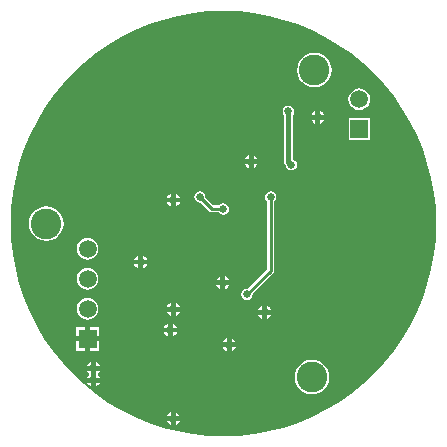
<source format=gbl>
%FSLAX25Y25*%
%MOIN*%
G70*
G01*
G75*
G04 Layer_Physical_Order=2*
G04 Layer_Color=16711680*
%ADD10R,0.02756X0.03543*%
%ADD11R,0.10630X0.12992*%
%ADD12R,0.10630X0.03937*%
%ADD13R,0.03543X0.03150*%
%ADD14R,0.03150X0.03543*%
%ADD15R,0.04331X0.10236*%
%ADD16R,0.03543X0.02756*%
%ADD17R,0.02756X0.05118*%
%ADD18R,0.03347X0.02756*%
%ADD19R,0.08071X0.05709*%
%ADD20R,0.05709X0.08071*%
%ADD21O,0.01772X0.05118*%
%ADD22O,0.05118X0.01772*%
%ADD23R,0.03583X0.04803*%
%ADD24R,0.07874X0.05118*%
%ADD25R,0.07874X0.07874*%
%ADD26R,0.05118X0.07874*%
%ADD27R,0.07874X0.07874*%
%ADD28C,0.01000*%
%ADD29C,0.01600*%
%ADD30C,0.05906*%
%ADD31R,0.05906X0.05906*%
%ADD32C,0.02500*%
%ADD33C,0.10236*%
G36*
X5059Y70731D02*
X10092Y70189D01*
X15073Y69291D01*
X19978Y68039D01*
X24781Y66440D01*
X29458Y64503D01*
X33984Y62237D01*
X38337Y59654D01*
X42496Y56767D01*
X46437Y53591D01*
X50142Y50142D01*
X53591Y46437D01*
X56767Y42496D01*
X59654Y38337D01*
X62237Y33984D01*
X64503Y29458D01*
X66440Y24781D01*
X68039Y19978D01*
X69291Y15073D01*
X70189Y10092D01*
X70731Y5059D01*
X70911Y0D01*
X70731Y-5059D01*
X70189Y-10092D01*
X69291Y-15073D01*
X68039Y-19978D01*
X66440Y-24781D01*
X64503Y-29458D01*
X62237Y-33984D01*
X59654Y-38337D01*
X56767Y-42496D01*
X53591Y-46437D01*
X50142Y-50142D01*
X46437Y-53591D01*
X42496Y-56767D01*
X38337Y-59654D01*
X33984Y-62237D01*
X29458Y-64503D01*
X24781Y-66440D01*
X19978Y-68039D01*
X15073Y-69291D01*
X10092Y-70189D01*
X5059Y-70731D01*
X0Y-70911D01*
X-5059Y-70731D01*
X-10092Y-70189D01*
X-15073Y-69291D01*
X-19978Y-68039D01*
X-24781Y-66440D01*
X-29458Y-64503D01*
X-33984Y-62237D01*
X-38337Y-59654D01*
X-42496Y-56767D01*
X-46437Y-53591D01*
X-50142Y-50142D01*
X-53591Y-46437D01*
X-56767Y-42496D01*
X-59654Y-38337D01*
X-62237Y-33984D01*
X-64503Y-29458D01*
X-66440Y-24781D01*
X-68039Y-19978D01*
X-69291Y-15073D01*
X-70189Y-10092D01*
X-70731Y-5059D01*
X-70911Y0D01*
X-70731Y5059D01*
X-70189Y10092D01*
X-69291Y15073D01*
X-68039Y19978D01*
X-66440Y24781D01*
X-64503Y29458D01*
X-62237Y33984D01*
X-59654Y38337D01*
X-56767Y42496D01*
X-53591Y46437D01*
X-50142Y50142D01*
X-46437Y53591D01*
X-42496Y56767D01*
X-38337Y59654D01*
X-33984Y62237D01*
X-29458Y64503D01*
X-24781Y66440D01*
X-19978Y68039D01*
X-15073Y69291D01*
X-10092Y70189D01*
X-5059Y70731D01*
X0Y70911D01*
X5059Y70731D01*
D02*
G37*
%LPC*%
G36*
X-15582Y-36233D02*
X-16917D01*
Y-37568D01*
X-16839Y-37552D01*
X-16094Y-37055D01*
X-15597Y-36311D01*
X-15582Y-36233D01*
D02*
G37*
G36*
X-18517Y-33298D02*
X-18595Y-33314D01*
X-19339Y-33811D01*
X-19836Y-34555D01*
X-19851Y-34633D01*
X-18517D01*
Y-33298D01*
D02*
G37*
G36*
X-16917D02*
Y-34633D01*
X-15582D01*
X-15597Y-34555D01*
X-16094Y-33811D01*
X-16839Y-33314D01*
X-16917Y-33298D01*
D02*
G37*
G36*
X-18517Y-36233D02*
X-19851D01*
X-19836Y-36311D01*
X-19339Y-37055D01*
X-18595Y-37552D01*
X-18517Y-37568D01*
Y-36233D01*
D02*
G37*
G36*
X2768Y-38219D02*
Y-39554D01*
X4104D01*
X4088Y-39476D01*
X3591Y-38732D01*
X2846Y-38235D01*
X2768Y-38219D01*
D02*
G37*
G36*
X-46076Y-34433D02*
X-49228D01*
Y-37586D01*
X-46076D01*
Y-34433D01*
D02*
G37*
G36*
X-41323D02*
X-44476D01*
Y-37586D01*
X-41323D01*
Y-34433D01*
D02*
G37*
G36*
X-14597Y-29343D02*
X-15932D01*
Y-30678D01*
X-15854Y-30663D01*
X-15110Y-30165D01*
X-14613Y-29421D01*
X-14597Y-29343D01*
D02*
G37*
G36*
X12979Y-27393D02*
X12902Y-27408D01*
X12157Y-27905D01*
X11660Y-28650D01*
X11645Y-28728D01*
X12979D01*
Y-27393D01*
D02*
G37*
G36*
X14580D02*
Y-28728D01*
X15914D01*
X15899Y-28650D01*
X15402Y-27905D01*
X14657Y-27408D01*
X14580Y-27393D01*
D02*
G37*
G36*
X-17532Y-29343D02*
X-18867D01*
X-18852Y-29421D01*
X-18354Y-30165D01*
X-17610Y-30663D01*
X-17532Y-30678D01*
Y-29343D01*
D02*
G37*
G36*
X-45276Y-24802D02*
X-46203Y-24925D01*
X-47067Y-25282D01*
X-47809Y-25852D01*
X-48379Y-26594D01*
X-48737Y-27458D01*
X-48859Y-28386D01*
X-48737Y-29313D01*
X-48379Y-30178D01*
X-47809Y-30920D01*
X-47067Y-31489D01*
X-46203Y-31847D01*
X-45276Y-31969D01*
X-44348Y-31847D01*
X-43484Y-31489D01*
X-42742Y-30920D01*
X-42172Y-30178D01*
X-41814Y-29313D01*
X-41692Y-28386D01*
X-41814Y-27458D01*
X-42172Y-26594D01*
X-42742Y-25852D01*
X-43484Y-25282D01*
X-44348Y-24925D01*
X-45276Y-24802D01*
D02*
G37*
G36*
X12979Y-30328D02*
X11645D01*
X11660Y-30406D01*
X12157Y-31150D01*
X12902Y-31647D01*
X12979Y-31662D01*
Y-30328D01*
D02*
G37*
G36*
X15914D02*
X14580D01*
Y-31662D01*
X14657Y-31647D01*
X15402Y-31150D01*
X15899Y-30406D01*
X15914Y-30328D01*
D02*
G37*
G36*
X1168Y-38219D02*
X1091Y-38235D01*
X346Y-38732D01*
X-151Y-39476D01*
X-166Y-39554D01*
X1168D01*
Y-38219D01*
D02*
G37*
G36*
X29528Y-45376D02*
X28035Y-45572D01*
X26644Y-46148D01*
X25449Y-47065D01*
X24533Y-48259D01*
X23957Y-49650D01*
X23760Y-51143D01*
X23957Y-52636D01*
X24533Y-54027D01*
X25449Y-55221D01*
X26644Y-56138D01*
X28035Y-56714D01*
X29528Y-56911D01*
X31020Y-56714D01*
X32411Y-56138D01*
X33606Y-55221D01*
X34522Y-54027D01*
X35098Y-52636D01*
X35295Y-51143D01*
X35098Y-49650D01*
X34522Y-48259D01*
X33606Y-47065D01*
X32411Y-46148D01*
X31020Y-45572D01*
X29528Y-45376D01*
D02*
G37*
G36*
X-44107Y-52965D02*
X-45442D01*
X-45426Y-53043D01*
X-44929Y-53787D01*
X-44185Y-54285D01*
X-44107Y-54300D01*
Y-52965D01*
D02*
G37*
G36*
X-41172D02*
X-42507D01*
Y-54300D01*
X-42429Y-54285D01*
X-41685Y-53787D01*
X-41188Y-53043D01*
X-41172Y-52965D01*
D02*
G37*
G36*
X-15932Y-62826D02*
Y-64161D01*
X-14597D01*
X-14613Y-64083D01*
X-15110Y-63339D01*
X-15854Y-62841D01*
X-15932Y-62826D01*
D02*
G37*
G36*
X-17532Y-65761D02*
X-18867D01*
X-18852Y-65838D01*
X-18354Y-66583D01*
X-17610Y-67080D01*
X-17532Y-67096D01*
Y-65761D01*
D02*
G37*
G36*
X-14597D02*
X-15932D01*
Y-67096D01*
X-15854Y-67080D01*
X-15110Y-66583D01*
X-14613Y-65838D01*
X-14597Y-65761D01*
D02*
G37*
G36*
X-17532Y-62826D02*
X-17610Y-62841D01*
X-18354Y-63339D01*
X-18852Y-64083D01*
X-18867Y-64161D01*
X-17532D01*
Y-62826D01*
D02*
G37*
G36*
X4104Y-41154D02*
X2768D01*
Y-42489D01*
X2846Y-42474D01*
X3591Y-41976D01*
X4088Y-41232D01*
X4104Y-41154D01*
D02*
G37*
G36*
X-46076Y-39186D02*
X-49228D01*
Y-42339D01*
X-46076D01*
Y-39186D01*
D02*
G37*
G36*
X-41323D02*
X-44476D01*
Y-42339D01*
X-41323D01*
Y-39186D01*
D02*
G37*
G36*
X1168Y-41154D02*
X-166D01*
X-151Y-41232D01*
X346Y-41976D01*
X1091Y-42474D01*
X1168Y-42489D01*
Y-41154D01*
D02*
G37*
G36*
X-41172Y-49028D02*
X-45442D01*
X-45426Y-49106D01*
X-44929Y-49850D01*
X-44785Y-49947D01*
Y-50447D01*
X-44929Y-50543D01*
X-45426Y-51287D01*
X-45442Y-51365D01*
X-41172D01*
X-41188Y-51287D01*
X-41685Y-50543D01*
X-41829Y-50447D01*
Y-49947D01*
X-41685Y-49850D01*
X-41188Y-49106D01*
X-41172Y-49028D01*
D02*
G37*
G36*
X-44107Y-46093D02*
X-44185Y-46109D01*
X-44929Y-46606D01*
X-45426Y-47350D01*
X-45442Y-47428D01*
X-44107D01*
Y-46093D01*
D02*
G37*
G36*
X-42507D02*
Y-47428D01*
X-41172D01*
X-41188Y-47350D01*
X-41685Y-46606D01*
X-42429Y-46109D01*
X-42507Y-46093D01*
D02*
G37*
G36*
X-17532Y-26408D02*
X-17610Y-26424D01*
X-18354Y-26921D01*
X-18852Y-27665D01*
X-18867Y-27743D01*
X-17532D01*
Y-26408D01*
D02*
G37*
G36*
X8452Y19869D02*
X7117D01*
X7132Y19791D01*
X7630Y19047D01*
X8374Y18550D01*
X8452Y18534D01*
Y19869D01*
D02*
G37*
G36*
X11387D02*
X10052D01*
Y18534D01*
X10130Y18550D01*
X10874Y19047D01*
X11371Y19791D01*
X11387Y19869D01*
D02*
G37*
G36*
X8452Y22804D02*
X8374Y22789D01*
X7630Y22291D01*
X7132Y21547D01*
X7117Y21469D01*
X8452D01*
Y22804D01*
D02*
G37*
G36*
X21654Y39288D02*
X20932Y39144D01*
X20320Y38735D01*
X19911Y38123D01*
X19767Y37402D01*
X19911Y36680D01*
X20226Y36208D01*
Y20669D01*
X20226Y20669D01*
X20335Y20123D01*
X20644Y19660D01*
X20785Y19520D01*
X20895Y18963D01*
X21304Y18351D01*
X21916Y17942D01*
X22638Y17799D01*
X23360Y17942D01*
X23972Y18351D01*
X24381Y18963D01*
X24524Y19685D01*
X24381Y20407D01*
X23972Y21019D01*
X23360Y21428D01*
X23081Y21483D01*
Y36208D01*
X23396Y36680D01*
X23540Y37402D01*
X23396Y38123D01*
X22987Y38735D01*
X22375Y39144D01*
X21654Y39288D01*
D02*
G37*
G36*
X-14597Y7074D02*
X-15932D01*
Y5739D01*
X-15854Y5755D01*
X-15110Y6252D01*
X-14613Y6996D01*
X-14597Y7074D01*
D02*
G37*
G36*
X-17532Y10009D02*
X-17610Y9994D01*
X-18354Y9496D01*
X-18852Y8752D01*
X-18867Y8674D01*
X-17532D01*
Y10009D01*
D02*
G37*
G36*
X-15932D02*
Y8674D01*
X-14597D01*
X-14613Y8752D01*
X-15110Y9496D01*
X-15854Y9994D01*
X-15932Y10009D01*
D02*
G37*
G36*
X10052Y22804D02*
Y21469D01*
X11387D01*
X11371Y21547D01*
X10874Y22291D01*
X10130Y22789D01*
X10052Y22804D01*
D02*
G37*
G36*
X32296Y37568D02*
Y36233D01*
X33631D01*
X33615Y36311D01*
X33118Y37055D01*
X32374Y37552D01*
X32296Y37568D01*
D02*
G37*
G36*
X45276Y45079D02*
X44348Y44957D01*
X43484Y44599D01*
X42742Y44030D01*
X42172Y43288D01*
X41814Y42423D01*
X41692Y41496D01*
X41814Y40569D01*
X42172Y39704D01*
X42742Y38962D01*
X43484Y38393D01*
X44348Y38035D01*
X45276Y37913D01*
X46203Y38035D01*
X47067Y38393D01*
X47809Y38962D01*
X48379Y39704D01*
X48737Y40569D01*
X48859Y41496D01*
X48737Y42423D01*
X48379Y43288D01*
X47809Y44030D01*
X47067Y44599D01*
X46203Y44957D01*
X45276Y45079D01*
D02*
G37*
G36*
X30315Y56949D02*
X28822Y56752D01*
X27431Y56176D01*
X26237Y55259D01*
X25320Y54065D01*
X24744Y52674D01*
X24547Y51181D01*
X24744Y49688D01*
X25320Y48297D01*
X26237Y47103D01*
X27431Y46186D01*
X28822Y45610D01*
X30315Y45414D01*
X31808Y45610D01*
X33199Y46186D01*
X34393Y47103D01*
X35310Y48297D01*
X35886Y49688D01*
X36082Y51181D01*
X35886Y52674D01*
X35310Y54065D01*
X34393Y55259D01*
X33199Y56176D01*
X31808Y56752D01*
X30315Y56949D01*
D02*
G37*
G36*
X30696Y37568D02*
X30618Y37552D01*
X29874Y37055D01*
X29377Y36311D01*
X29361Y36233D01*
X30696D01*
Y37568D01*
D02*
G37*
G36*
X48828Y35049D02*
X41723D01*
Y27943D01*
X48828D01*
Y35049D01*
D02*
G37*
G36*
X30696Y34633D02*
X29361D01*
X29377Y34555D01*
X29874Y33811D01*
X30618Y33314D01*
X30696Y33298D01*
Y34633D01*
D02*
G37*
G36*
X33631D02*
X32296D01*
Y33298D01*
X32374Y33314D01*
X33118Y33811D01*
X33615Y34555D01*
X33631Y34633D01*
D02*
G37*
G36*
X15748Y10745D02*
X15026Y10601D01*
X14414Y10192D01*
X14005Y9580D01*
X13862Y8858D01*
X14005Y8136D01*
X14414Y7525D01*
X14627Y7383D01*
Y-15283D01*
X8124Y-21786D01*
X7874Y-21736D01*
X7152Y-21879D01*
X6540Y-22288D01*
X6131Y-22900D01*
X5988Y-23622D01*
X6131Y-24344D01*
X6540Y-24956D01*
X7152Y-25365D01*
X7874Y-25508D01*
X8596Y-25365D01*
X9208Y-24956D01*
X9617Y-24344D01*
X9760Y-23622D01*
X9710Y-23372D01*
X16541Y-16541D01*
X16541Y-16541D01*
X16784Y-16177D01*
X16870Y-15748D01*
Y7383D01*
X17082Y7525D01*
X17491Y8136D01*
X17634Y8858D01*
X17491Y9580D01*
X17082Y10192D01*
X16470Y10601D01*
X15748Y10745D01*
D02*
G37*
G36*
X-997Y-17550D02*
X-1075Y-17566D01*
X-1819Y-18063D01*
X-2316Y-18807D01*
X-2332Y-18885D01*
X-997D01*
Y-17550D01*
D02*
G37*
G36*
X603D02*
Y-18885D01*
X1938D01*
X1923Y-18807D01*
X1425Y-18063D01*
X681Y-17566D01*
X603Y-17550D01*
D02*
G37*
G36*
X1938Y-20485D02*
X603D01*
Y-21820D01*
X681Y-21804D01*
X1425Y-21307D01*
X1923Y-20563D01*
X1938Y-20485D01*
D02*
G37*
G36*
X-15932Y-26408D02*
Y-27743D01*
X-14597D01*
X-14613Y-27665D01*
X-15110Y-26921D01*
X-15854Y-26424D01*
X-15932Y-26408D01*
D02*
G37*
G36*
X-45276Y-14802D02*
X-46203Y-14924D01*
X-47067Y-15282D01*
X-47809Y-15852D01*
X-48379Y-16594D01*
X-48737Y-17458D01*
X-48859Y-18386D01*
X-48737Y-19313D01*
X-48379Y-20177D01*
X-47809Y-20920D01*
X-47067Y-21489D01*
X-46203Y-21847D01*
X-45276Y-21969D01*
X-44348Y-21847D01*
X-43484Y-21489D01*
X-42742Y-20920D01*
X-42172Y-20177D01*
X-41814Y-19313D01*
X-41692Y-18386D01*
X-41814Y-17458D01*
X-42172Y-16594D01*
X-42742Y-15852D01*
X-43484Y-15282D01*
X-44348Y-14924D01*
X-45276Y-14802D01*
D02*
G37*
G36*
X-997Y-20485D02*
X-2332D01*
X-2316Y-20563D01*
X-1819Y-21307D01*
X-1075Y-21804D01*
X-997Y-21820D01*
Y-20485D01*
D02*
G37*
G36*
X-28359Y-13595D02*
X-29694D01*
X-29678Y-13673D01*
X-29181Y-14417D01*
X-28437Y-14915D01*
X-28359Y-14930D01*
Y-13595D01*
D02*
G37*
G36*
X-59055Y5768D02*
X-60548Y5571D01*
X-61939Y4995D01*
X-63133Y4078D01*
X-64050Y2884D01*
X-64626Y1493D01*
X-64823Y0D01*
X-64626Y-1493D01*
X-64050Y-2884D01*
X-63133Y-4078D01*
X-61939Y-4995D01*
X-60548Y-5571D01*
X-59055Y-5768D01*
X-57562Y-5571D01*
X-56171Y-4995D01*
X-54977Y-4078D01*
X-54060Y-2884D01*
X-53484Y-1493D01*
X-53288Y0D01*
X-53484Y1493D01*
X-54060Y2884D01*
X-54977Y4078D01*
X-56171Y4995D01*
X-57562Y5571D01*
X-59055Y5768D01*
D02*
G37*
G36*
X-7874Y10745D02*
X-8596Y10601D01*
X-9208Y10192D01*
X-9617Y9580D01*
X-9760Y8858D01*
X-9617Y8136D01*
X-9208Y7525D01*
X-8596Y7116D01*
X-7874Y6972D01*
X-7624Y7022D01*
X-4730Y4128D01*
X-4730Y4128D01*
X-4366Y3885D01*
X-3937Y3800D01*
X-1476D01*
X-1334Y3588D01*
X-722Y3179D01*
X0Y3035D01*
X722Y3179D01*
X1334Y3588D01*
X1743Y4199D01*
X1886Y4921D01*
X1743Y5643D01*
X1334Y6255D01*
X722Y6664D01*
X0Y6808D01*
X-722Y6664D01*
X-1334Y6255D01*
X-1476Y6043D01*
X-3472D01*
X-6038Y8608D01*
X-5988Y8858D01*
X-6131Y9580D01*
X-6540Y10192D01*
X-7152Y10601D01*
X-7874Y10745D01*
D02*
G37*
G36*
X-17532Y7074D02*
X-18867D01*
X-18852Y6996D01*
X-18354Y6252D01*
X-17610Y5755D01*
X-17532Y5739D01*
Y7074D01*
D02*
G37*
G36*
X-45276Y-4802D02*
X-46203Y-4924D01*
X-47067Y-5283D01*
X-47809Y-5852D01*
X-48379Y-6594D01*
X-48737Y-7458D01*
X-48859Y-8386D01*
X-48737Y-9313D01*
X-48379Y-10177D01*
X-47809Y-10920D01*
X-47067Y-11489D01*
X-46203Y-11847D01*
X-45276Y-11969D01*
X-44348Y-11847D01*
X-43484Y-11489D01*
X-42742Y-10920D01*
X-42172Y-10177D01*
X-41814Y-9313D01*
X-41692Y-8386D01*
X-41814Y-7458D01*
X-42172Y-6594D01*
X-42742Y-5852D01*
X-43484Y-5283D01*
X-44348Y-4924D01*
X-45276Y-4802D01*
D02*
G37*
G36*
X-25424Y-13595D02*
X-26759D01*
Y-14930D01*
X-26681Y-14915D01*
X-25937Y-14417D01*
X-25440Y-13673D01*
X-25424Y-13595D01*
D02*
G37*
G36*
X-28359Y-10660D02*
X-28437Y-10676D01*
X-29181Y-11173D01*
X-29678Y-11917D01*
X-29694Y-11995D01*
X-28359D01*
Y-10660D01*
D02*
G37*
G36*
X-26759D02*
Y-11995D01*
X-25424D01*
X-25440Y-11917D01*
X-25937Y-11173D01*
X-26681Y-10676D01*
X-26759Y-10660D01*
D02*
G37*
%LPD*%
D28*
X15748Y-15748D02*
Y8858D01*
X7874Y-23622D02*
X15748Y-15748D01*
X-3937Y4921D02*
X0D01*
X-7874Y8858D02*
X-3937Y4921D01*
D29*
X21654Y20669D02*
Y37402D01*
Y20669D02*
X22638Y19685D01*
X-43307Y-52165D02*
Y-48228D01*
D30*
X45276Y41496D02*
D03*
X-45276Y-8386D02*
D03*
Y-18386D02*
D03*
Y-28386D02*
D03*
D31*
X45276Y31496D02*
D03*
X-45276Y-38386D02*
D03*
D32*
X15748Y8858D02*
D03*
X7874Y-23622D02*
D03*
X0Y4921D02*
D03*
X-7874Y8858D02*
D03*
X21654Y37402D02*
D03*
X22638Y19685D02*
D03*
X-16732Y7874D02*
D03*
X-17717Y-35433D02*
D03*
X1969Y-40354D02*
D03*
X-16732Y-64961D02*
D03*
X-16732Y-28543D02*
D03*
X-197Y-19685D02*
D03*
X-27559Y-12795D02*
D03*
X13780Y-29528D02*
D03*
X-43307Y-48228D02*
D03*
Y-52165D02*
D03*
X31496Y35433D02*
D03*
X9252Y20669D02*
D03*
D33*
X-59055Y0D02*
D03*
X29528Y-51143D02*
D03*
X30315Y51181D02*
D03*
M02*

</source>
